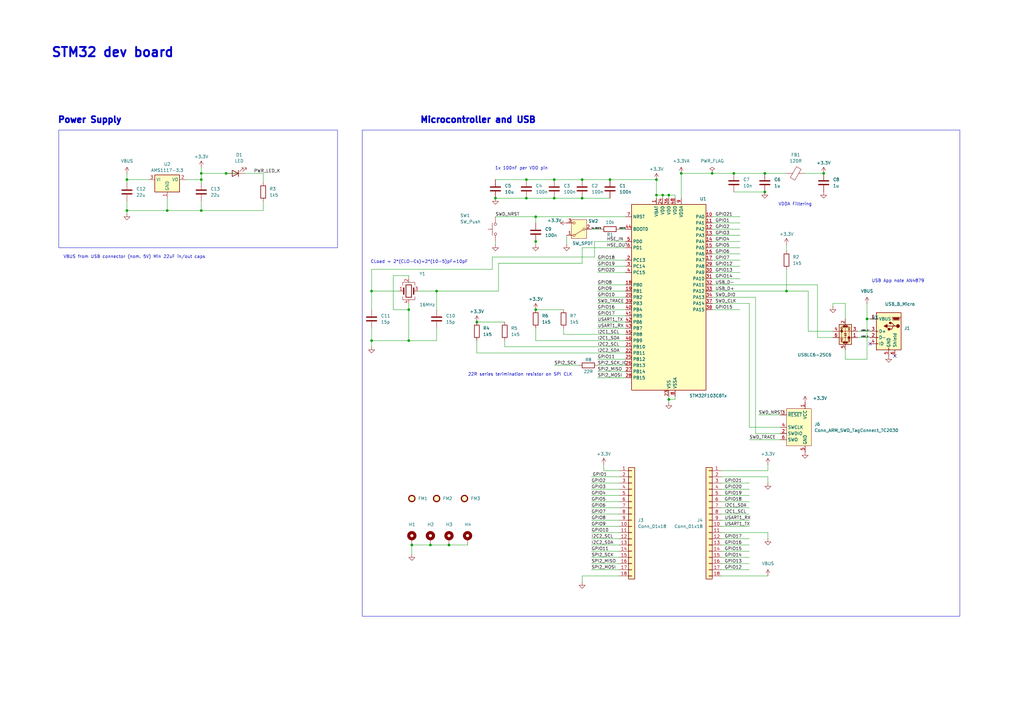
<source format=kicad_sch>
(kicad_sch (version 20231120) (generator "eeschema") (generator_version "8.0")
  (paper "A3")
  (title_block (title "STM32 dev board") (date "2024-12-08") (rev "0.1"))
  (junction (at 250.19 73.66))
  (junction (at 82.55 73.66))
  (junction (at 184.15 223.52))
  (junction (at 167.64 139.7))
  (junction (at 82.55 71.12))
  (junction (at 322.58 119.38))
  (junction (at 52.07 73.66))
  (junction (at 219.71 99.06))
  (junction (at 219.71 88.9))
  (junction (at 219.71 127))
  (junction (at 215.9 73.66))
  (junction (at 269.24 80.01))
  (junction (at 152.4 119.38))
  (junction (at 271.78 80.01))
  (junction (at 274.32 80.01))
  (junction (at 167.64 127))
  (junction (at 279.4 71.12))
  (junction (at 337.82 71.12))
  (junction (at 195.58 132.08))
  (junction (at 269.24 73.66))
  (junction (at 203.2 81.28))
  (junction (at 215.9 81.28))
  (junction (at 82.55 86.36))
  (junction (at 176.53 223.52))
  (junction (at 52.07 86.36))
  (junction (at 313.69 71.12))
  (junction (at 152.4 139.7))
  (junction (at 292.1 71.12))
  (junction (at 274.32 163.83))
  (junction (at 238.76 73.66))
  (junction (at 168.91 223.52))
  (junction (at 68.58 86.36))
  (junction (at 227.33 81.28))
  (junction (at 227.33 73.66))
  (junction (at 179.07 119.38))
  (junction (at 238.76 81.28))
  (junction (at 92.71 71.12))
  (junction (at 300.99 71.12))
  (junction (at 355.6 130.81))
  (junction (at 313.69 78.74))
  (no_connect (at 356.87 140.97))
  (no_connect (at 367.03 146.05))
  (wire (pts (xy 82.55 73.66) (xy 82.55 74.93)))
  (wire (pts (xy 68.58 86.36) (xy 82.55 86.36)))
  (wire (pts (xy 292.1 114.3) (xy 303.53 114.3)))
  (wire (pts (xy 245.11 132.08) (xy 256.54 132.08)))
  (wire (pts (xy 346.71 143.51) (xy 346.71 147.32)))
  (wire (pts (xy 204.47 107.95) (xy 204.47 119.38)))
  (wire (pts (xy 82.55 71.12) (xy 82.55 73.66)))
  (wire (pts (xy 309.88 121.92) (xy 309.88 177.8)))
  (wire (pts (xy 271.78 80.01) (xy 269.24 80.01)))
  (wire (pts (xy 274.32 163.83) (xy 274.32 165.1)))
  (wire (pts (xy 238.76 101.6) (xy 256.54 101.6)))
  (wire (pts (xy 292.1 99.06) (xy 303.53 99.06)))
  (wire (pts (xy 243.84 105.41) (xy 201.93 105.41)))
  (wire (pts (xy 295.91 231.14) (xy 307.34 231.14)))
  (wire (pts (xy 184.15 223.52) (xy 191.77 223.52)))
  (wire (pts (xy 274.32 80.01) (xy 274.32 81.28)))
  (wire (pts (xy 201.93 105.41) (xy 201.93 110.49)))
  (wire (pts (xy 245.11 147.32) (xy 256.54 147.32)))
  (wire (pts (xy 242.57 200.66) (xy 254 200.66)))
  (wire (pts (xy 311.15 170.18) (xy 320.04 170.18)))
  (wire (pts (xy 76.2 73.66) (xy 82.55 73.66)))
  (wire (pts (xy 231.14 137.16) (xy 256.54 137.16)))
  (wire (pts (xy 247.65 190.5) (xy 247.65 193.04)))
  (wire (pts (xy 245.11 121.92) (xy 256.54 121.92)))
  (wire (pts (xy 322.58 110.49) (xy 322.58 119.38)))
  (wire (pts (xy 307.34 180.34) (xy 320.04 180.34)))
  (wire (pts (xy 295.91 205.74) (xy 307.34 205.74)))
  (wire (pts (xy 152.4 119.38) (xy 163.83 119.38)))
  (wire (pts (xy 203.2 99.06) (xy 203.2 100.33)))
  (wire (pts (xy 355.6 130.81) (xy 356.87 130.81)))
  (wire (pts (xy 219.71 99.06) (xy 219.71 100.33)))
  (wire (pts (xy 245.11 116.84) (xy 256.54 116.84)))
  (wire (pts (xy 82.55 68.58) (xy 82.55 71.12)))
  (wire (pts (xy 276.86 80.01) (xy 276.86 81.28)))
  (wire (pts (xy 276.86 163.83) (xy 274.32 163.83)))
  (wire (pts (xy 238.76 236.22) (xy 238.76 238.76)))
  (wire (pts (xy 152.4 119.38) (xy 152.4 127)))
  (wire (pts (xy 167.64 114.3) (xy 167.64 113.03)))
  (wire (pts (xy 238.76 81.28) (xy 250.19 81.28)))
  (wire (pts (xy 245.11 134.62) (xy 256.54 134.62)))
  (wire (pts (xy 300.99 71.12) (xy 292.1 71.12)))
  (wire (pts (xy 176.53 223.52) (xy 184.15 223.52)))
  (wire (pts (xy 307.34 124.46) (xy 307.34 175.26)))
  (wire (pts (xy 219.71 127) (xy 231.14 127)))
  (wire (pts (xy 269.24 73.66) (xy 269.24 80.01)))
  (wire (pts (xy 242.57 208.28) (xy 254 208.28)))
  (wire (pts (xy 242.57 220.98) (xy 254 220.98)))
  (wire (pts (xy 168.91 223.52) (xy 176.53 223.52)))
  (wire (pts (xy 292.1 116.84) (xy 335.28 116.84)))
  (wire (pts (xy 276.86 80.01) (xy 274.32 80.01)))
  (wire (pts (xy 295.91 223.52) (xy 307.34 223.52)))
  (wire (pts (xy 107.95 82.55) (xy 107.95 86.36)))
  (wire (pts (xy 292.1 88.9) (xy 303.53 88.9)))
  (wire (pts (xy 167.64 113.03) (xy 161.29 113.03)))
  (wire (pts (xy 292.1 93.98) (xy 303.53 93.98)))
  (wire (pts (xy 245.11 154.94) (xy 256.54 154.94)))
  (wire (pts (xy 300.99 78.74) (xy 313.69 78.74)))
  (wire (pts (xy 161.29 127) (xy 167.64 127)))
  (wire (pts (xy 295.91 215.9) (xy 307.34 215.9)))
  (wire (pts (xy 152.4 134.62) (xy 152.4 139.7)))
  (wire (pts (xy 295.91 193.04) (xy 314.96 193.04)))
  (wire (pts (xy 313.69 71.12) (xy 300.99 71.12)))
  (wire (pts (xy 82.55 82.55) (xy 82.55 86.36)))
  (wire (pts (xy 242.57 205.74) (xy 254 205.74)))
  (wire (pts (xy 52.07 86.36) (xy 52.07 87.63)))
  (wire (pts (xy 292.1 96.52) (xy 303.53 96.52)))
  (wire (pts (xy 351.79 135.89) (xy 356.87 135.89)))
  (wire (pts (xy 167.64 127) (xy 167.64 124.46)))
  (wire (pts (xy 292.1 119.38) (xy 322.58 119.38)))
  (wire (pts (xy 203.2 88.9) (xy 219.71 88.9)))
  (wire (pts (xy 245.11 119.38) (xy 256.54 119.38)))
  (wire (pts (xy 100.33 71.12) (xy 107.95 71.12)))
  (wire (pts (xy 107.95 71.12) (xy 107.95 74.93)))
  (wire (pts (xy 335.28 116.84) (xy 335.28 138.43)))
  (wire (pts (xy 242.57 93.98) (xy 246.38 93.98)))
  (wire (pts (xy 207.01 139.7) (xy 207.01 142.24)))
  (wire (pts (xy 279.4 71.12) (xy 279.4 81.28)))
  (wire (pts (xy 201.93 110.49) (xy 152.4 110.49)))
  (wire (pts (xy 295.91 200.66) (xy 307.34 200.66)))
  (wire (pts (xy 238.76 101.6) (xy 238.76 107.95)))
  (wire (pts (xy 238.76 236.22) (xy 254 236.22)))
  (wire (pts (xy 307.34 175.26) (xy 320.04 175.26)))
  (wire (pts (xy 245.11 109.22) (xy 256.54 109.22)))
  (wire (pts (xy 269.24 80.01) (xy 269.24 81.28)))
  (wire (pts (xy 242.57 215.9) (xy 254 215.9)))
  (wire (pts (xy 250.19 73.66) (xy 269.24 73.66)))
  (wire (pts (xy 295.91 195.58) (xy 314.96 195.58)))
  (wire (pts (xy 167.64 139.7) (xy 179.07 139.7)))
  (wire (pts (xy 215.9 81.28) (xy 227.33 81.28)))
  (wire (pts (xy 295.91 213.36) (xy 307.34 213.36)))
  (wire (pts (xy 295.91 210.82) (xy 307.34 210.82)))
  (wire (pts (xy 292.1 111.76) (xy 303.53 111.76)))
  (wire (pts (xy 346.71 130.81) (xy 346.71 124.46)))
  (wire (pts (xy 243.84 99.06) (xy 243.84 105.41)))
  (wire (pts (xy 242.57 231.14) (xy 254 231.14)))
  (wire (pts (xy 203.2 81.28) (xy 215.9 81.28)))
  (wire (pts (xy 245.11 127) (xy 256.54 127)))
  (wire (pts (xy 242.57 233.68) (xy 254 233.68)))
  (wire (pts (xy 331.47 135.89) (xy 341.63 135.89)))
  (wire (pts (xy 295.91 203.2) (xy 307.34 203.2)))
  (wire (pts (xy 322.58 119.38) (xy 331.47 119.38)))
  (wire (pts (xy 232.41 96.52) (xy 232.41 100.33)))
  (wire (pts (xy 331.47 119.38) (xy 331.47 135.89)))
  (wire (pts (xy 292.1 71.12) (xy 279.4 71.12)))
  (wire (pts (xy 242.57 195.58) (xy 254 195.58)))
  (wire (pts (xy 295.91 226.06) (xy 307.34 226.06)))
  (wire (pts (xy 242.57 226.06) (xy 254 226.06)))
  (wire (pts (xy 152.4 110.49) (xy 152.4 119.38)))
  (wire (pts (xy 245.11 149.86) (xy 256.54 149.86)))
  (wire (pts (xy 227.33 149.86) (xy 237.49 149.86)))
  (wire (pts (xy 60.96 73.66) (xy 52.07 73.66)))
  (wire (pts (xy 52.07 82.55) (xy 52.07 86.36)))
  (wire (pts (xy 204.47 119.38) (xy 179.07 119.38)))
  (wire (pts (xy 207.01 142.24) (xy 256.54 142.24)))
  (wire (pts (xy 292.1 106.68) (xy 303.53 106.68)))
  (wire (pts (xy 295.91 208.28) (xy 307.34 208.28)))
  (wire (pts (xy 92.71 71.12) (xy 97.79 71.12)))
  (wire (pts (xy 195.58 139.7) (xy 195.58 144.78)))
  (wire (pts (xy 247.65 193.04) (xy 254 193.04)))
  (wire (pts (xy 227.33 81.28) (xy 238.76 81.28)))
  (wire (pts (xy 242.57 218.44) (xy 254 218.44)))
  (wire (pts (xy 313.69 71.12) (xy 322.58 71.12)))
  (wire (pts (xy 152.4 139.7) (xy 167.64 139.7)))
  (wire (pts (xy 52.07 71.12) (xy 52.07 73.66)))
  (wire (pts (xy 245.11 124.46) (xy 256.54 124.46)))
  (wire (pts (xy 330.2 71.12) (xy 337.82 71.12)))
  (wire (pts (xy 292.1 104.14) (xy 303.53 104.14)))
  (wire (pts (xy 168.91 223.52) (xy 168.91 227.33)))
  (wire (pts (xy 295.91 218.44) (xy 314.96 218.44)))
  (wire (pts (xy 295.91 198.12) (xy 307.34 198.12)))
  (wire (pts (xy 195.58 144.78) (xy 256.54 144.78)))
  (wire (pts (xy 238.76 107.95) (xy 204.47 107.95)))
  (wire (pts (xy 215.9 73.66) (xy 227.33 73.66)))
  (wire (pts (xy 274.32 80.01) (xy 271.78 80.01)))
  (wire (pts (xy 292.1 127) (xy 303.53 127)))
  (wire (pts (xy 314.96 195.58) (xy 314.96 198.12)))
  (wire (pts (xy 274.32 162.56) (xy 274.32 163.83)))
  (wire (pts (xy 309.88 177.8) (xy 320.04 177.8)))
  (wire (pts (xy 242.57 198.12) (xy 254 198.12)))
  (wire (pts (xy 254 93.98) (xy 256.54 93.98)))
  (wire (pts (xy 314.96 218.44) (xy 314.96 220.98)))
  (wire (pts (xy 295.91 220.98) (xy 307.34 220.98)))
  (wire (pts (xy 179.07 119.38) (xy 179.07 127)))
  (wire (pts (xy 271.78 80.01) (xy 271.78 81.28)))
  (wire (pts (xy 238.76 73.66) (xy 250.19 73.66)))
  (wire (pts (xy 52.07 86.36) (xy 68.58 86.36)))
  (wire (pts (xy 292.1 101.6) (xy 303.53 101.6)))
  (wire (pts (xy 292.1 124.46) (xy 307.34 124.46)))
  (wire (pts (xy 161.29 113.03) (xy 161.29 127)))
  (wire (pts (xy 68.58 81.28) (xy 68.58 86.36)))
  (wire (pts (xy 203.2 73.66) (xy 215.9 73.66)))
  (wire (pts (xy 351.79 138.43) (xy 356.87 138.43)))
  (wire (pts (xy 245.11 152.4) (xy 256.54 152.4)))
  (wire (pts (xy 245.11 129.54) (xy 256.54 129.54)))
  (wire (pts (xy 231.14 134.62) (xy 231.14 137.16)))
  (wire (pts (xy 82.55 71.12) (xy 92.71 71.12)))
  (wire (pts (xy 335.28 138.43) (xy 341.63 138.43)))
  (wire (pts (xy 219.71 139.7) (xy 256.54 139.7)))
  (wire (pts (xy 52.07 73.66) (xy 52.07 74.93)))
  (wire (pts (xy 295.91 228.6) (xy 307.34 228.6)))
  (wire (pts (xy 242.57 210.82) (xy 254 210.82)))
  (wire (pts (xy 219.71 88.9) (xy 256.54 88.9)))
  (wire (pts (xy 242.57 213.36) (xy 254 213.36)))
  (wire (pts (xy 355.6 147.32) (xy 355.6 130.81)))
  (wire (pts (xy 341.63 124.46) (xy 341.63 125.73)))
  (wire (pts (xy 355.6 124.46) (xy 355.6 130.81)))
  (wire (pts (xy 346.71 124.46) (xy 341.63 124.46)))
  (wire (pts (xy 167.64 127) (xy 167.64 139.7)))
  (wire (pts (xy 314.96 190.5) (xy 314.96 193.04)))
  (wire (pts (xy 242.57 223.52) (xy 254 223.52)))
  (wire (pts (xy 227.33 73.66) (xy 238.76 73.66)))
  (wire (pts (xy 82.55 86.36) (xy 107.95 86.36)))
  (wire (pts (xy 295.91 233.68) (xy 307.34 233.68)))
  (wire (pts (xy 346.71 147.32) (xy 355.6 147.32)))
  (wire (pts (xy 195.58 132.08) (xy 207.01 132.08)))
  (wire (pts (xy 242.57 228.6) (xy 254 228.6)))
  (wire (pts (xy 179.07 134.62) (xy 179.07 139.7)))
  (wire (pts (xy 242.57 203.2) (xy 254 203.2)))
  (wire (pts (xy 322.58 100.33) (xy 322.58 102.87)))
  (wire (pts (xy 245.11 106.68) (xy 256.54 106.68)))
  (wire (pts (xy 219.71 134.62) (xy 219.71 139.7)))
  (wire (pts (xy 292.1 109.22) (xy 303.53 109.22)))
  (wire (pts (xy 219.71 96.52) (xy 219.71 99.06)))
  (wire (pts (xy 152.4 139.7) (xy 152.4 142.24)))
  (wire (pts (xy 276.86 162.56) (xy 276.86 163.83)))
  (wire (pts (xy 245.11 111.76) (xy 256.54 111.76)))
  (wire (pts (xy 292.1 91.44) (xy 303.53 91.44)))
  (wire (pts (xy 171.45 119.38) (xy 179.07 119.38)))
  (wire (pts (xy 219.71 88.9) (xy 219.71 91.44)))
  (wire (pts (xy 292.1 121.92) (xy 309.88 121.92)))
  (wire (pts (xy 243.84 99.06) (xy 256.54 99.06)))
  (wire (pts (xy 295.91 236.22) (xy 314.96 236.22)))
  (rectangle (start 148.59 53.34) (end 393.7 252.73))
  (rectangle (start 24.13 53.34) (end 138.43 101.6))
  (text "Power Supply" (at 36.83 49.276 0) (effects (font (size 2.54 2.54) (thickness 0.762) (bold yes))))
  (text "VDDA Filtering\n" (at 326.136 83.82 0) (effects (font (size 1.27 1.27))))
  (text "1x 100nF per VDD pin\n" (at 213.868 69.088 0) (effects (font (size 1.27 1.27))))
  (text "VBUS from USB connector (nom. 5V) Min 22uF in/out caps" (at 55.118 105.41 0) (effects (font (size 1.27 1.27))))
  (text "STM32 dev board\n" (at 46.228 21.59 0) (effects (font (size 3.81 3.81) (thickness 0.762) (bold yes))))
  (text "USB App note AN4879\n" (at 368.3 115.316 0) (effects (font (size 1.27 1.27))))
  (text "22R series terimination resistor on SPI CLK\n" (at 213.36 153.67 0) (effects (font (size 1.27 1.27))))
  (text "Microcontroller and USB\n" (at 196.088 49.276 0) (effects (font (size 2.54 2.54) (thickness 0.762) (bold yes))))
  (text "CLoad = 2*(CLO-Cs)=2*(10-5)pF=10pF\n" (at 171.958 107.442 0) (effects (font (size 1.27 1.27))))
  (label "GPIO21" (at 293.37 88.9 0))
  (label "HSE_OUT" (at 248.92 101.6 0))
  (label "GPIO2" (at 293.37 93.98 0))
  (label "GPIO4" (at 293.37 99.06 0))
  (label "I2C2_SCL" (at 242.57 220.98 0))
  (label "GPIO16" (at 297.18 223.52 0))
  (label "GPIO17" (at 297.18 220.98 0))
  (label "GPIO10" (at 245.11 121.92 0))
  (label "GPIO8" (at 242.57 213.36 0))
  (label "SPI2_MOSI" (at 245.11 154.94 0))
  (label "USBC_D+" (at 353.06 135.89 0) (effects (font (size 0.508 0.508))))
  (label "USART1_RX" (at 245.11 134.62 0))
  (label "SPI2_SCK_IC" (at 245.11 149.86 0))
  (label "GPIO5" (at 293.37 101.6 0))
  (label "GPIO13" (at 293.37 111.76 0))
  (label "I2C1_SDA" (at 245.11 139.7 0))
  (label "GPIO19" (at 245.11 109.22 0))
  (label "GPIO3" (at 242.57 200.66 0))
  (label "I2C1_SCL" (at 245.11 137.16 0))
  (label "USART1_TX" (at 245.11 132.08 0))
  (label "SWD_DIO" (at 293.37 121.92 0))
  (label "I2C2_SCL" (at 245.11 142.24 0))
  (label "GPIO17" (at 245.11 129.54 0))
  (label "USART1_RX" (at 297.18 213.36 0))
  (label "I2C1_SCL" (at 297.18 210.82 0))
  (label "SWD_NRST" (at 203.2 88.9 0))
  (label "GPIO2" (at 242.57 198.12 0))
  (label "GPIO18" (at 297.18 205.74 0))
  (label "USBC_D-" (at 353.06 138.43 0) (effects (font (size 0.508 0.508))))
  (label "SWD_NRST" (at 311.15 170.18 0))
  (label "GPIO1" (at 248.92 195.58 180))
  (label "SWD_TRACE" (at 307.34 180.34 0))
  (label "GPIO11" (at 245.11 147.32 0))
  (label "BOOT0" (at 254 93.98 0) (effects (font (size 0.508 0.508))))
  (label "SPI2_MISO" (at 245.11 152.4 0))
  (label "HSE_IN" (at 248.92 99.06 0))
  (label "GPIO7" (at 293.37 106.68 0))
  (label "GPIO15" (at 297.18 226.06 0))
  (label "GPIO14" (at 293.37 114.3 0))
  (label "USART1_TX" (at 297.18 215.9 0))
  (label "GPIO12" (at 297.18 233.68 0))
  (label "USB_D-" (at 293.37 116.84 0))
  (label "SW_BOOT0" (at 242.57 93.98 0) (effects (font (size 0.508 0.508))))
  (label "GPIO9" (at 242.57 215.9 0))
  (label "SPI2_MOSI" (at 242.57 233.68 0))
  (label "GPIO8" (at 245.11 116.84 0))
  (label "GPIO4" (at 242.57 203.2 0))
  (label "GPIO20" (at 245.11 111.76 0))
  (label "GPIO12" (at 293.37 109.22 0))
  (label "SPI2_SCK" (at 242.57 228.6 0))
  (label "GPIO3" (at 293.37 96.52 0))
  (label "GPIO15" (at 293.37 127 0))
  (label "GPIO6" (at 242.57 208.28 0))
  (label "GPIO6" (at 293.37 104.14 0))
  (label "I2C2_SDA" (at 242.57 223.52 0))
  (label "GPIO10" (at 242.57 218.44 0))
  (label "GPIO11" (at 242.57 226.06 0))
  (label "GPIO7" (at 242.57 210.82 0))
  (label "GPIO16" (at 245.11 127 0))
  (label "GPIO13" (at 297.18 231.14 0))
  (label "GPIO21" (at 297.18 198.12 0))
  (label "GPIO20" (at 297.18 200.66 0))
  (label "GPIO9" (at 245.11 119.38 0))
  (label "SWD_TRACE" (at 245.11 124.46 0))
  (label "GPIO19" (at 297.18 203.2 0))
  (label "GPIO5" (at 242.57 205.74 0))
  (label "SPI2_MISO" (at 242.57 231.14 0))
  (label "GPIO18" (at 245.11 106.68 0))
  (label "PWR_LED_K" (at 104.14 71.12 0))
  (label "I2C1_SDA" (at 297.18 208.28 0))
  (label "GPIO1" (at 293.37 91.44 0))
  (label "I2C2_SDA" (at 245.11 144.78 0))
  (label "SPI2_SCK" (at 227.33 149.86 0))
  (label "SWD_CLK" (at 293.37 124.46 0))
  (label "GPIO14" (at 297.18 228.6 0))
  (label "USB_D+" (at 293.37 119.38 0))
  (symbol (lib_id "power:GND") (at 52.07 87.63 0) (unit 1)
    (property "Reference" "#PWR018" (effects (hide yes)))
    (property "Value" "GND" (effects (hide yes)))
    (property "Description" "Power symbol creates a global label with name \"GND\" , ground" (effects (hide yes)))
  )
  (symbol (lib_id "power:GND") (at 168.91 227.33 0) (unit 1)
    (property "Reference" "#PWR016" (effects (hide yes)))
    (property "Value" "GND" (effects (hide yes)))
    (property "Description" "Power symbol creates a global label with name \"GND\" , ground" (effects (hide yes)))
  )
  (symbol (lib_id "power:GND") (at 232.41 100.33 0) (unit 1)
    (property "Reference" "#PWR010" (effects (hide yes)))
    (property "Value" "GND" (effects (hide yes)))
    (property "Description" "Power symbol creates a global label with name \"GND\" , ground" (effects (hide yes)))
  )
  (symbol (lib_id "Connector_Generic:Conn_01x18") (at 290.83 213.36 0) (mirror y) (unit 1)
    (property "Reference" "J4" (at 288.29 213.3599 0) (effects (justify left)))
    (property "Value" "Conn_01x18" (at 288.29 215.8999 0) (effects (justify left)))
    (property "Footprint" "Connector_PinHeader_2.54mm:PinHeader_1x18_P2.54mm_Vertical" (effects (hide yes)))
    (property "Description" "Generic connector, single row, 01x18, script generated (kicad-library-utils/schlib/autogen/connector/)" (effects (hide yes)))
    (property "Manufacturer" "x" (effects (hide yes)))
  )
  (symbol (lib_id "Device:C") (at 227.33 77.47 0) (unit 1)
    (property "Reference" "C3" (at 231.14 76.1999 0) (effects (justify left)))
    (property "Value" "100n" (at 231.14 78.7399 0) (effects (justify left)))
    (property "Footprint" "Capacitor_SMD:C_0402_1005Metric" (effects (hide yes)))
    (property "Description" "Unpolarized capacitor" (effects (hide yes)))
    (property "Distributor Link" "https://www.mouser.de/ProductDetail/KYOCERA-AVX/04023C104KAT2A?qs=nNezP%252BoerbAsgsxxIAjFOw%3D%3D" (effects (hide yes)))
    (property "Distributor Part Number" "581-04023C104KAT2A" (effects (hide yes)))
    (property "Manufacturer" "KYOCERA AVX" (effects (hide yes)))
    (property "Manufacturer Part Number" "04023C104KAT2A" (effects (hide yes)))
  )
  (symbol (lib_id "power:+3.3V") (at 314.96 190.5 0) (unit 1)
    (property "Reference" "#PWR026" (effects (hide yes)))
    (property "Value" "+3.3V" (at 314.96 186.182 0))
    (property "Description" "Power symbol creates a global label with name \"+3.3V\"" (effects (hide yes)))
  )
  (symbol (lib_id "Device:R") (at 219.71 130.81 0) (unit 1)
    (property "Reference" "R6" (at 222.25 129.5399 0) (effects (justify left)))
    (property "Value" "1k5" (at 222.25 132.0799 0) (effects (justify left)))
    (property "Footprint" "Resistor_SMD:R_0402_1005Metric" (effects (hide yes)))
    (property "Description" "Resistor" (effects (hide yes)))
    (property "Distributor Link" "https://www.mouser.de/ProductDetail/Wurth-Elektronik/560112110095?qs=mELouGlnn3cs5mmpxmgsuw%3D%3D" (effects (hide yes)))
    (property "Distributor Part Number" "710-560112110095 " (effects (hide yes)))
    (property "Manufacturer" "Würth Elektronik" (effects (hide yes)))
    (property "Manufacturer Part Number" "560112110095" (effects (hide yes)))
  )
  (symbol (lib_id "power:GND") (at 330.2 185.42 0) (unit 1)
    (property "Reference" "#PWR034" (effects (hide yes)))
    (property "Value" "GND" (effects (hide yes)))
    (property "Description" "Power symbol creates a global label with name \"GND\" , ground" (effects (hide yes)))
  )
  (symbol (lib_id "power:+3.3V") (at 337.82 71.12 0) (unit 1)
    (property "Reference" "#PWR07" (effects (hide yes)))
    (property "Value" "+3.3V" (at 337.82 66.802 0))
    (property "Description" "Power symbol creates a global label with name \"+3.3V\"" (effects (hide yes)))
  )
  (symbol (lib_id "Switch:SW_SPDT") (at 237.49 93.98 180) (unit 1)
    (property "Reference" "SW2" (at 243.332 90.678 0))
    (property "Value" "SW_SPDT" (at 239.014 99.822 0))
    (property "Footprint" "Button_Switch_SMD:SW_SPDT_PCM12" (effects (hide yes)))
    (property "Description" "Switch, single pole double throw" (effects (hide yes)))
    (property "Distributor Link" "https://www.digikey.com/en/products/detail/c-k/PCM12SMTR/1640112" (effects (hide yes)))
    (property "Distributor Part Number" "401-2016-2-ND" (effects (hide yes)))
    (property "Manufacturer" "C&K" (effects (hide yes)))
    (property "Manufacturer Part Number" "PCM12SMTR" (effects (hide yes)))
  )
  (symbol (lib_id "Device:C") (at 219.71 95.25 0) (unit 1)
    (property "Reference" "C9" (at 223.52 93.9799 0) (effects (justify left)))
    (property "Value" "100n" (at 223.52 96.5199 0) (effects (justify left)))
    (property "Footprint" "Capacitor_SMD:C_0402_1005Metric" (effects (hide yes)))
    (property "Description" "Unpolarized capacitor" (effects (hide yes)))
    (property "Distributor Link" "https://www.mouser.de/ProductDetail/KYOCERA-AVX/04023C104KAT2A?qs=nNezP%252BoerbAsgsxxIAjFOw%3D%3D" (effects (hide yes)))
    (property "Distributor Part Number" "581-04023C104KAT2A" (effects (hide yes)))
    (property "Manufacturer" "KYOCERA AVX" (effects (hide yes)))
    (property "Manufacturer Part Number" "04023C104KAT2A" (effects (hide yes)))
  )
  (symbol (lib_id "Device:C") (at 238.76 77.47 0) (unit 1)
    (property "Reference" "C2" (at 242.57 76.1999 0) (effects (justify left)))
    (property "Value" "100n" (at 242.57 78.7399 0) (effects (justify left)))
    (property "Footprint" "Capacitor_SMD:C_0402_1005Metric" (effects (hide yes)))
    (property "Description" "Unpolarized capacitor" (effects (hide yes)))
    (property "Distributor Link" "https://www.mouser.de/ProductDetail/KYOCERA-AVX/04023C104KAT2A?qs=nNezP%252BoerbAsgsxxIAjFOw%3D%3D" (effects (hide yes)))
    (property "Distributor Part Number" "581-04023C104KAT2A" (effects (hide yes)))
    (property "Manufacturer" "KYOCERA AVX" (effects (hide yes)))
    (property "Manufacturer Part Number" "04023C104KAT2A" (effects (hide yes)))
  )
  (symbol (lib_id "power:GND") (at 364.49 146.05 0) (unit 1)
    (property "Reference" "#PWR013" (effects (hide yes)))
    (property "Value" "GND" (effects (hide yes)))
    (property "Description" "Power symbol creates a global label with name \"GND\" , ground" (effects (hide yes)))
  )
  (symbol (lib_id "Connector:Conn_ARM_SWD_TagConnect_TC2030") (at 327.66 175.26 0) (mirror y) (unit 1) (in_bom no)
    (property "Reference" "J6" (at 334.01 173.9899 0) (effects (justify right)))
    (property "Value" "Conn_ARM_SWD_TagConnect_TC2030" (at 334.01 176.5299 0) (effects (justify right)))
    (property "Footprint" "Connector:Tag-Connect_TC2030-IDC-FP_2x03_P1.27mm_Vertical" (effects (hide yes)))
    (property "Datasheet" "https://www.tag-connect.com/wp-content/uploads/bsk-pdf-manager/TC2030-CTX_1.pdf" (effects (hide yes)))
    (property "Description" "Tag-Connect ARM Cortex SWD JTAG connector, 6 pin" (effects (hide yes)))
    (property "Manufacturer" "x" (effects (hide yes)))
  )
  (symbol (lib_id "Device:R") (at 107.95 78.74 0) (unit 1)
    (property "Reference" "R3" (at 110.49 77.4699 0) (effects (justify left)))
    (property "Value" "1k5" (at 110.49 80.0099 0) (effects (justify left)))
    (property "Footprint" "Resistor_SMD:R_0402_1005Metric" (effects (hide yes)))
    (property "Description" "Resistor" (effects (hide yes)))
    (property "Distributor Link" "https://www.mouser.de/ProductDetail/Wurth-Elektronik/560112110095?qs=mELouGlnn3cs5mmpxmgsuw%3D%3D" (effects (hide yes)))
    (property "Distributor Part Number" "710-560112110095 " (effects (hide yes)))
    (property "Manufacturer" "Würth Elektronik" (effects (hide yes)))
    (property "Manufacturer Part Number" "560112110095" (effects (hide yes)))
  )
  (symbol (lib_id "power:+3.3V") (at 330.2 165.1 0) (unit 1)
    (property "Reference" "#PWR033" (effects (hide yes)))
    (property "Value" "+3.3V" (at 336.296 163.322 0))
    (property "Description" "Power symbol creates a global label with name \"+3.3V\"" (effects (hide yes)))
  )
  (symbol (lib_id "power:+3.3V") (at 195.58 132.08 0) (unit 1)
    (property "Reference" "#PWR025" (effects (hide yes)))
    (property "Value" "+3.3V" (at 195.58 127.762 0))
    (property "Description" "Power symbol creates a global label with name \"+3.3V\"" (effects (hide yes)))
  )
  (symbol (lib_id "power:GND") (at 274.32 165.1 0) (unit 1)
    (property "Reference" "#PWR01" (effects (hide yes)))
    (property "Value" "GND" (effects (hide yes)))
    (property "Description" "Power symbol creates a global label with name \"GND\" , ground" (effects (hide yes)))
  )
  (symbol (lib_id "power:GND") (at 152.4 142.24 0) (unit 1)
    (property "Reference" "#PWR012" (effects (hide yes)))
    (property "Value" "GND" (effects (hide yes)))
    (property "Description" "Power symbol creates a global label with name \"GND\" , ground" (effects (hide yes)))
  )
  (symbol (lib_id "Device:C") (at 52.07 78.74 0) (unit 1)
    (property "Reference" "C12" (at 55.88 77.4699 0) (effects (justify left)))
    (property "Value" "22u" (at 55.88 80.0099 0) (effects (justify left)))
    (property "Footprint" "Capacitor_SMD:C_0805_2012Metric" (effects (hide yes)))
    (property "Description" "Unpolarized capacitor" (effects (hide yes)))
    (property "Distributor Link" "https://www.mouser.de/ProductDetail/KYOCERA-AVX/08053D226MAT2A?qs=bxXxiBiblXqtZp79ClJbtg%3D%3D" (effects (hide yes)))
    (property "Distributor Part Number" "581-08053D226MAT2A " (effects (hide yes)))
    (property "Manufacturer" "KYOCERA AVX" (effects (hide yes)))
    (property "Manufacturer Part Number" "08053D226MAT2A" (effects (hide yes)))
  )
  (symbol (lib_id "Device:LED") (at 96.52 71.12 180) (unit 1)
    (property "Reference" "D1" (at 98.1075 63.5 0))
    (property "Value" "LED" (at 98.1075 66.04 0))
    (property "Footprint" "LED_SMD:LED_0603_1608Metric" (effects (hide yes)))
    (property "Description" "Light emitting diode" (effects (hide yes)))
    (property "Distributor Link" "https://www.digikey.de/en/products/detail/w%C3%BCrth-elektronik/150060SS75000/4489903" (effects (hide yes)))
    (property "Distributor Part Number" "732-4979-2-ND" (effects (hide yes)))
    (property "Manufacturer" "Würth Elektronik" (effects (hide yes)))
    (property "Manufacturer Part Number" "150060SS75000" (effects (hide yes)))
  )
  (symbol (lib_id "power:GND") (at 341.63 125.73 0) (unit 1)
    (property "Reference" "#PWR032" (effects (hide yes)))
    (property "Value" "GND" (effects (hide yes)))
    (property "Description" "Power symbol creates a global label with name \"GND\" , ground" (effects (hide yes)))
  )
  (symbol (lib_id "power:+3.3V") (at 82.55 68.58 0) (unit 1)
    (property "Reference" "#PWR020" (effects (hide yes)))
    (property "Value" "+3.3V" (at 82.55 64.262 0))
    (property "Description" "Power symbol creates a global label with name \"+3.3V\"" (effects (hide yes)))
  )
  (symbol (lib_id "power:VBUS") (at 52.07 71.12 0) (unit 1)
    (property "Reference" "#PWR019" (effects (hide yes)))
    (property "Value" "VBUS" (at 52.07 66.04 0))
    (property "Description" "Power symbol creates a global label with name \"VBUS\"" (effects (hide yes)))
  )
  (symbol (lib_id "power:VBUS") (at 355.6 124.46 0) (unit 1)
    (property "Reference" "#PWR014" (effects (hide yes)))
    (property "Value" "VBUS" (at 355.6 119.38 0))
    (property "Description" "Power symbol creates a global label with name \"VBUS\"" (effects (hide yes)))
  )
  (symbol (lib_id "power:PWR_FLAG") (at 292.1 71.12 0) (unit 1)
    (property "Reference" "#FLG01" (effects (hide yes)))
    (property "Value" "PWR_FLAG" (at 292.1 66.04 0))
    (property "Description" "Special symbol for telling ERC where power comes from" (effects (hide yes)))
  )
  (symbol (lib_id "Connector:USB_B_Micro") (at 364.49 135.89 0) (mirror y) (unit 1)
    (property "Reference" "J1" (at 370.84 134.6199 0) (effects (justify right)))
    (property "Value" "USB_B_Micro" (at 362.966 124.714 0) (effects (justify right)))
    (property "Footprint" "Connector_USB:USB_Micro-B_Wuerth_629105150521" (effects (hide yes)))
    (property "Description" "USB Micro Type B connector" (effects (hide yes)))
    (property "Distributor Link" "https://www.digikey.de/en/products/detail/w%C3%BCrth-elektronik/629105150521/5047751?s=N4IgTCBcDaIOoFcCmAnALgCwAQDYwE4BGABgFZDSyxCQBdAXyA" (effects (hide yes)))
    (property "Distributor Part Number" "732-5960-2-ND" (effects (hide yes)))
    (property "Manufacturer" "Würth Elektronik" (effects (hide yes)))
    (property "Manufacturer Part Number" "629105150521" (effects (hide yes)))
  )
  (symbol (lib_id "Device:C") (at 300.99 74.93 0) (unit 1)
    (property "Reference" "C7" (at 304.8 73.6599 0) (effects (justify left)))
    (property "Value" "10n" (at 304.8 76.1999 0) (effects (justify left)))
    (property "Footprint" "Capacitor_SMD:C_0402_1005Metric" (effects (hide yes)))
    (property "Description" "Unpolarized capacitor" (effects (hide yes)))
    (property "Distributor Link" "https://www.mouser.de/ProductDetail/KYOCERA-AVX/0603YD475MAT2A?qs=XLNwXgtzMM9JmbhKJE1Phg%3D%3D" (effects (hide yes)))
    (property "Distributor Part Number" "581-0603YD475MAT2A" (effects (hide yes)))
    (property "Manufacturer" "KYOCERA AVX" (effects (hide yes)))
    (property "Manufacturer Part Number" "0603YD475MAT2A" (effects (hide yes)))
  )
  (symbol (lib_id "power:GND") (at 314.96 198.12 0) (unit 1)
    (property "Reference" "#PWR022" (effects (hide yes)))
    (property "Value" "GND" (effects (hide yes)))
    (property "Description" "Power symbol creates a global label with name \"GND\" , ground" (effects (hide yes)))
  )
  (symbol (lib_id "Mechanical:MountingHole_Pad") (at 168.91 220.98 0) (unit 1) (exclude_from_sim yes) (in_bom no)
    (property "Reference" "H1" (at 167.64 215.138 0) (effects (justify left)))
    (property "Value" "MountingHole_Pad" (effects (hide yes)))
    (property "Footprint" "MountingHole:MountingHole_2.2mm_M2_Pad_Via" (effects (hide yes)))
    (property "Description" "Mounting Hole with connection" (effects (hide yes)))
    (property "Manufacturer" "x" (effects (hide yes)))
  )
  (symbol (lib_id "Device:C") (at 215.9 77.47 0) (unit 1)
    (property "Reference" "C4" (at 219.71 76.1999 0) (effects (justify left)))
    (property "Value" "100n" (at 219.71 78.7399 0) (effects (justify left)))
    (property "Footprint" "Capacitor_SMD:C_0402_1005Metric" (effects (hide yes)))
    (property "Description" "Unpolarized capacitor" (effects (hide yes)))
    (property "Distributor Link" "https://www.mouser.de/ProductDetail/KYOCERA-AVX/04023C104KAT2A?qs=nNezP%252BoerbAsgsxxIAjFOw%3D%3D" (effects (hide yes)))
    (property "Distributor Part Number" "581-04023C104KAT2A" (effects (hide yes)))
    (property "Manufacturer" "KYOCERA AVX" (effects (hide yes)))
    (property "Manufacturer Part Number" "04023C104KAT2A" (effects (hide yes)))
  )
  (symbol (lib_id "MCU_ST_STM32F1:STM32F103C8Tx") (at 274.32 121.92 0) (unit 1)
    (property "Reference" "U1" (at 287.02 81.534 0) (effects (justify left)))
    (property "Value" "STM32F103C8Tx" (at 282.702 162.306 0) (effects (justify left)))
    (property "Footprint" "Package_QFP:LQFP-48_7x7mm_P0.5mm" (effects (hide yes)))
    (property "Datasheet" "https://www.st.com/resource/en/datasheet/stm32f103c8.pdf" (effects (hide yes)))
    (property "Description" "STMicroelectronics Arm Cortex-M3 MCU, 64KB flash, 20KB RAM, 72 MHz, 2.0-3.6V, 37 GPIO, LQFP48" (effects (hide yes)))
    (property "Distributor Link" "https://www.digikey.com/en/products/detail/stmicroelectronics/STM32F103C8T6TR/2122442" (effects (hide yes)))
    (property "Distributor Part Number" "497-17666-2-ND" (effects (hide yes)))
    (property "Manufacturer" "STMicroelectronics" (effects (hide yes)))
    (property "Manufacturer Part Number" "STM32F103C8T6TR" (effects (hide yes)))
  )
  (symbol (lib_id "power:+3.3VA") (at 279.4 71.12 0) (unit 1)
    (property "Reference" "#PWR04" (effects (hide yes)))
    (property "Value" "+3.3VA" (at 279.4 66.04 0))
    (property "Description" "Power symbol creates a global label with name \"+3.3VA\"" (effects (hide yes)))
  )
  (symbol (lib_id "power:+3.3V") (at 322.58 100.33 0) (unit 1)
    (property "Reference" "#PWR015" (effects (hide yes)))
    (property "Value" "+3.3V" (at 322.58 96.012 0))
    (property "Description" "Power symbol creates a global label with name \"+3.3V\"" (effects (hide yes)))
  )
  (symbol (lib_id "Device:R") (at 322.58 106.68 0) (unit 1)
    (property "Reference" "R2" (at 325.12 105.4099 0) (effects (justify left)))
    (property "Value" "1k5" (at 325.12 107.9499 0) (effects (justify left)))
    (property "Footprint" "Resistor_SMD:R_0402_1005Metric" (effects (hide yes)))
    (property "Description" "Resistor" (effects (hide yes)))
    (property "Distributor Link" "https://www.mouser.de/ProductDetail/Wurth-Elektronik/560112110095?qs=mELouGlnn3cs5mmpxmgsuw%3D%3D" (effects (hide yes)))
    (property "Distributor Part Number" "710-560112110095 " (effects (hide yes)))
    (property "Manufacturer" "Würth Elektronik" (effects (hide yes)))
    (property "Manufacturer Part Number" "560112110095" (effects (hide yes)))
  )
  (symbol (lib_id "power:GND") (at 337.82 78.74 0) (unit 1)
    (property "Reference" "#PWR06" (effects (hide yes)))
    (property "Value" "GND" (effects (hide yes)))
    (property "Description" "Power symbol creates a global label with name \"GND\" , ground" (effects (hide yes)))
  )
  (symbol (lib_id "power:+3.3V") (at 232.41 91.44 90) (unit 1)
    (property "Reference" "#PWR011" (effects (hide yes)))
    (property "Value" "+3.3V" (at 227.33 90.424 90))
    (property "Description" "Power symbol creates a global label with name \"+3.3V\"" (effects (hide yes)))
  )
  (symbol (lib_id "Device:FerriteBead") (at 326.39 71.12 90) (unit 1)
    (property "Reference" "FB1" (at 326.3392 63.5 90))
    (property "Value" "120R" (at 326.3392 66.04 90))
    (property "Footprint" "Inductor_SMD:L_0603_1608Metric" (effects (hide yes)))
    (property "Description" "Ferrite bead" (effects (hide yes)))
    (property "Distributor Link" "https://www.mouser.de/ProductDetail/Wurth-Elektronik/742792606?qs=Wn16VcyqZWrBgQf2cBsziw%3D%3D" (effects (hide yes)))
    (property "Distributor Part Number" "710-742792606" (effects (hide yes)))
    (property "Manufacturer" "Würth Elektronik" (effects (hide yes)))
    (property "Manufacturer Part Number" "742792606" (effects (hide yes)))
  )
  (symbol (lib_id "Device:R") (at 231.14 130.81 0) (unit 1)
    (property "Reference" "R7" (at 233.68 129.5399 0) (effects (justify left)))
    (property "Value" "1k5" (at 233.68 132.0799 0) (effects (justify left)))
    (property "Footprint" "Resistor_SMD:R_0402_1005Metric" (effects (hide yes)))
    (property "Description" "Resistor" (effects (hide yes)))
    (property "Distributor Link" "https://www.mouser.de/ProductDetail/Wurth-Elektronik/560112110095?qs=mELouGlnn3cs5mmpxmgsuw%3D%3D" (effects (hide yes)))
    (property "Distributor Part Number" "710-560112110095 " (effects (hide yes)))
    (property "Manufacturer" "Würth Elektronik" (effects (hide yes)))
    (property "Manufacturer Part Number" "560112110095" (effects (hide yes)))
  )
  (symbol (lib_id "Mechanical:MountingHole_Pad") (at 176.53 220.98 0) (unit 1) (exclude_from_sim yes) (in_bom no)
    (property "Reference" "H2" (at 175.26 215.138 0) (effects (justify left)))
    (property "Value" "MountingHole_Pad" (effects (hide yes)))
    (property "Footprint" "MountingHole:MountingHole_2.2mm_M2_Pad_Via" (effects (hide yes)))
    (property "Description" "Mounting Hole with connection" (effects (hide yes)))
    (property "Manufacturer" "x" (effects (hide yes)))
  )
  (symbol (lib_id "power:GND") (at 219.71 100.33 0) (unit 1)
    (property "Reference" "#PWR08" (effects (hide yes)))
    (property "Value" "GND" (effects (hide yes)))
    (property "Description" "Power symbol creates a global label with name \"GND\" , ground" (effects (hide yes)))
  )
  (symbol (lib_id "Mechanical:Fiducial") (at 179.07 204.47 0) (unit 1) (exclude_from_sim yes) (in_bom no)
    (property "Reference" "FM2" (at 181.61 204.4699 0) (effects (justify left)))
    (property "Value" "Fiducial" (effects (hide yes)))
    (property "Footprint" "Fiducial:Fiducial_1mm_Mask2mm" (effects (hide yes)))
    (property "Description" "Fiducial Marker" (effects (hide yes)))
    (property "Manufacturer" "x" (effects (hide yes)))
  )
  (symbol (lib_id "Device:C") (at 152.4 130.81 0) (unit 1)
    (property "Reference" "C11" (at 156.21 129.5399 0) (effects (justify left)))
    (property "Value" "15p" (at 156.21 132.0799 0) (effects (justify left)))
    (property "Footprint" "Capacitor_SMD:C_0402_1005Metric" (effects (hide yes)))
    (property "Description" "Unpolarized capacitor" (effects (hide yes)))
    (property "Distributor Link" "https://www.mouser.de/ProductDetail/KYOCERA-AVX/04025U150JAT2A?qs=sGAEpiMZZMvsSlwiRhF8qjZULi%252BoiGPIitpnSJsoBVk%3D" (effects (hide yes)))
    (property "Distributor Part Number" "581-04025U150JAT2A " (effects (hide yes)))
    (property "Manufacturer" "KYOCERA AVX" (effects (hide yes)))
    (property "Manufacturer Part Number" "04025U150JAT2A" (effects (hide yes)))
  )
  (symbol (lib_id "Device:Crystal_GND24") (at 167.64 119.38 0) (unit 1)
    (property "Reference" "Y1" (at 173.228 112.268 0))
    (property "Value" "16MHz" (at 175.26 124.968 0))
    (property "Footprint" "Crystal:Crystal_SMD_3225-4Pin_3.2x2.5mm" (effects (hide yes)))
    (property "Description" "Four pin crystal, GND on pins 2 and 4" (effects (hide yes)))
    (property "Distributor Link" "https://www.mouser.in/ProductDetail/NDK/NX3225GA-16.000M-STD-CRG-2?qs=55YtniHzbhBNECTNQGAQ8A%3D%3D" (effects (hide yes)))
    (property "Distributor Part Number" "344-NX3225GA16MCRG2 " (effects (hide yes)))
    (property "Manufacturer" "NDK" (effects (hide yes)))
    (property "Manufacturer Part Number" "NX3225GA-16.000M-STD-CRG-2" (effects (hide yes)))
  )
  (symbol (lib_id "Device:R") (at 250.19 93.98 90) (unit 1)
    (property "Reference" "R1" (at 250.19 96.266 90))
    (property "Value" "10k" (at 250.19 91.186 90))
    (property "Footprint" "Resistor_SMD:R_0402_1005Metric" (effects (hide yes)))
    (property "Description" "Resistor" (effects (hide yes)))
    (property "Distributor Link" "https://www.mouser.de/ProductDetail/Wurth-Elektronik/560112110020?qs=mELouGlnn3fA8%252B%2F79%2FueqA%3D%3D" (effects (hide yes)))
    (property "Distributor Part Number" "710-560112110020 " (effects (hide yes)))
    (property "Manufacturer" "Würth Elektronik" (effects (hide yes)))
    (property "Manufacturer Part Number" "560112110020" (effects (hide yes)))
  )
  (symbol (lib_id "power:+3.3V") (at 247.65 190.5 0) (unit 1)
    (property "Reference" "#PWR024" (effects (hide yes)))
    (property "Value" "+3.3V" (at 247.65 186.182 0))
    (property "Description" "Power symbol creates a global label with name \"+3.3V\"" (effects (hide yes)))
  )
  (symbol (lib_id "power:GND") (at 203.2 81.28 0) (unit 1)
    (property "Reference" "#PWR03" (effects (hide yes)))
    (property "Value" "GND" (effects (hide yes)))
    (property "Description" "Power symbol creates a global label with name \"GND\" , ground" (effects (hide yes)))
  )
  (symbol (lib_id "Mechanical:Fiducial") (at 168.91 204.47 0) (unit 1) (exclude_from_sim yes) (in_bom no)
    (property "Reference" "FM1" (at 171.45 204.4699 0) (effects (justify left)))
    (property "Value" "Fiducial" (effects (hide yes)))
    (property "Footprint" "Fiducial:Fiducial_1mm_Mask2mm" (effects (hide yes)))
    (property "Description" "Fiducial Marker" (effects (hide yes)))
    (property "Manufacturer" "x" (effects (hide yes)))
  )
  (symbol (lib_id "Device:R") (at 195.58 135.89 0) (unit 1)
    (property "Reference" "R4" (at 198.12 134.6199 0) (effects (justify left)))
    (property "Value" "1k5" (at 198.12 137.1599 0) (effects (justify left)))
    (property "Footprint" "Resistor_SMD:R_0402_1005Metric" (effects (hide yes)))
    (property "Description" "Resistor" (effects (hide yes)))
    (property "Distributor Link" "https://www.mouser.de/ProductDetail/Wurth-Elektronik/560112110095?qs=mELouGlnn3cs5mmpxmgsuw%3D%3D" (effects (hide yes)))
    (property "Distributor Part Number" "710-560112110095 " (effects (hide yes)))
    (property "Manufacturer" "Würth Elektronik" (effects (hide yes)))
    (property "Manufacturer Part Number" "560112110095" (effects (hide yes)))
  )
  (symbol (lib_id "power:GND") (at 314.96 220.98 0) (unit 1)
    (property "Reference" "#PWR09" (effects (hide yes)))
    (property "Value" "GND" (effects (hide yes)))
    (property "Description" "Power symbol creates a global label with name \"GND\" , ground" (effects (hide yes)))
  )
  (symbol (lib_id "Regulator_Linear:AMS1117-3.3") (at 68.58 73.66 0) (unit 1)
    (property "Reference" "U2" (at 68.58 67.31 0))
    (property "Value" "AMS1117-3.3" (at 68.58 69.85 0))
    (property "Footprint" "Package_TO_SOT_SMD:SOT-223-3_TabPin2" (effects (hide yes)))
    (property "Datasheet" "http://www.advanced-monolithic.com/pdf/ds1117.pdf" (effects (hide yes)))
    (property "Description" "1A Low Dropout regulator, positive, 3.3V fixed output, SOT-223" (effects (hide yes)))
    (property "Distributor Link" "https://www.digikey.de/en/products/detail/umw/AMS1117-3-3/17635254?srsltid=AfmBOopwXtioTmfoP5Zr1Hb-yKagYE5T3IG76PNnUfd4miqkJtHYx-g3" (effects (hide yes)))
    (property "Distributor Part Number" "4518-AMS1117-3.3TR-ND" (effects (hide yes)))
    (property "Manufacturer" "	 UMW" (effects (hide yes)))
    (property "Manufacturer Part Number" "AMS1117-3.3" (effects (hide yes)))
  )
  (symbol (lib_id "Mechanical:MountingHole_Pad") (at 184.15 220.98 0) (unit 1) (exclude_from_sim yes) (in_bom no)
    (property "Reference" "H3" (at 182.88 215.138 0) (effects (justify left)))
    (property "Value" "MountingHole_Pad" (effects (hide yes)))
    (property "Footprint" "MountingHole:MountingHole_2.2mm_M2_Pad_Via" (effects (hide yes)))
    (property "Description" "Mounting Hole with connection" (effects (hide yes)))
    (property "Manufacturer" "x" (effects (hide yes)))
  )
  (symbol (lib_id "Device:C") (at 250.19 77.47 0) (unit 1)
    (property "Reference" "C1" (at 254 76.1999 0) (effects (justify left)))
    (property "Value" "100n" (at 254 78.7399 0) (effects (justify left)))
    (property "Footprint" "Capacitor_SMD:C_0402_1005Metric" (effects (hide yes)))
    (property "Description" "Unpolarized capacitor" (effects (hide yes)))
    (property "Distributor Link" "https://www.mouser.de/ProductDetail/KYOCERA-AVX/04023C104KAT2A?qs=nNezP%252BoerbAsgsxxIAjFOw%3D%3D" (effects (hide yes)))
    (property "Distributor Part Number" "581-04023C104KAT2A" (effects (hide yes)))
    (property "Manufacturer" "KYOCERA AVX" (effects (hide yes)))
    (property "Manufacturer Part Number" "04023C104KAT2A" (effects (hide yes)))
  )
  (symbol (lib_id "Power_Protection:USBLC6-2SC6") (at 346.71 138.43 180) (unit 1)
    (property "Reference" "U3" (at 360.172 130.302 0) (effects (justify left)))
    (property "Value" "USBLC6-2SC6" (at 341.122 145.542 0) (effects (justify left)))
    (property "Footprint" "Package_TO_SOT_SMD:SOT-23-6" (effects (hide yes)))
    (property "Datasheet" "https://www.st.com/resource/en/datasheet/usblc6-2.pdf" (effects (hide yes)))
    (property "Description" "Very low capacitance ESD protection diode, 2 data-line, SOT-23-6" (effects (hide yes)))
    (property "Distributor Link" "https://www.mouser.de/ProductDetail/STMicroelectronics/USBLC6-2SC6Y?qs=gNDSiZmRJS%2FOgDexvXkdow%3D%3D" (effects (hide yes)))
    (property "Distributor Part Number" "511-USBLC6-2SC6Y" (effects (hide yes)))
    (property "Manufacturer" "STMicroelectronics" (effects (hide yes)))
    (property "Manufacturer Part Number" "USBLC6-2SC6Y" (effects (hide yes)))
  )
  (symbol (lib_id "power:+3.3V") (at 219.71 127 0) (unit 1)
    (property "Reference" "#PWR023" (effects (hide yes)))
    (property "Value" "+3.3V" (at 219.71 122.682 0))
    (property "Description" "Power symbol creates a global label with name \"+3.3V\"" (effects (hide yes)))
  )
  (symbol (lib_id "Device:C") (at 82.55 78.74 0) (unit 1)
    (property "Reference" "C13" (at 86.36 77.4699 0) (effects (justify left)))
    (property "Value" "22u" (at 86.36 80.0099 0) (effects (justify left)))
    (property "Footprint" "Capacitor_SMD:C_0805_2012Metric" (effects (hide yes)))
    (property "Description" "Unpolarized capacitor" (effects (hide yes)))
    (property "Distributor Link" "https://www.mouser.de/ProductDetail/KYOCERA-AVX/08053D226MAT2A?qs=bxXxiBiblXqtZp79ClJbtg%3D%3D" (effects (hide yes)))
    (property "Distributor Part Number" "581-08053D226MAT2A " (effects (hide yes)))
    (property "Manufacturer" "KYOCERA AVX" (effects (hide yes)))
    (property "Manufacturer Part Number" "08053D226MAT2A" (effects (hide yes)))
  )
  (symbol (lib_id "power:GND") (at 203.2 100.33 0) (unit 1)
    (property "Reference" "#PWR027" (effects (hide yes)))
    (property "Value" "GND" (effects (hide yes)))
    (property "Description" "Power symbol creates a global label with name \"GND\" , ground" (effects (hide yes)))
  )
  (symbol (lib_id "Mechanical:MountingHole_Pad") (at 191.77 220.98 0) (unit 1) (exclude_from_sim yes) (in_bom no)
    (property "Reference" "H4" (at 190.5 215.138 0) (effects (justify left)))
    (property "Value" "MountingHole_Pad" (effects (hide yes)))
    (property "Footprint" "MountingHole:MountingHole_2.2mm_M2_Pad_Via" (effects (hide yes)))
    (property "Description" "Mounting Hole with connection" (effects (hide yes)))
    (property "Manufacturer" "x" (effects (hide yes)))
  )
  (symbol (lib_id "Device:C") (at 337.82 74.93 0) (unit 1)
    (property "Reference" "C8" (at 341.63 73.6599 0) (effects (justify left)))
    (property "Value" "1u" (at 341.63 76.1999 0) (effects (justify left)))
    (property "Footprint" "Capacitor_SMD:C_0402_1005Metric" (effects (hide yes)))
    (property "Description" "Unpolarized capacitor" (effects (hide yes)))
    (property "Distributor Link" "https://www.mouser.de/ProductDetail/KYOCERA-AVX/04023D105KAT2A?qs=sGAEpiMZZMvsSlwiRhF8qtsBU8Zhqm2RTZVDOeFB1Np40VUH3XbXrw%3D%3D" (effects (hide yes)))
    (property "Distributor Part Number" "581-04023D105KAT2A" (effects (hide yes)))
    (property "Manufacturer" "KYOCERA AVX" (effects (hide yes)))
    (property "Manufacturer Part Number" "04023D105KAT2A" (effects (hide yes)))
  )
  (symbol (lib_id "Device:C") (at 203.2 77.47 0) (unit 1)
    (property "Reference" "C5" (at 207.01 76.1999 0) (effects (justify left)))
    (property "Value" "10u" (at 207.01 78.7399 0) (effects (justify left)))
    (property "Footprint" "Capacitor_SMD:C_0603_1608Metric" (effects (hide yes)))
    (property "Description" "Unpolarized capacitor" (effects (hide yes)))
    (property "Distributor Link" "https://www.mouser.de/ProductDetail/KYOCERA-AVX/0603YD106KAT2A?qs=sGAEpiMZZMvsSlwiRhF8qtsBU8Zhqm2RrD69Q7qjJsRgHGDvIfGDBw%3D%3D" (effects (hide yes)))
    (property "Distributor Part Number" "581-0603YD106KAT2A " (effects (hide yes)))
    (property "Manufacturer" "KYOCERA AVX" (effects (hide yes)))
    (property "Manufacturer Part Number" "0603YD106KAT2A" (effects (hide yes)))
  )
  (symbol (lib_id "Device:C") (at 179.07 130.81 0) (unit 1)
    (property "Reference" "C10" (at 182.88 129.5399 0) (effects (justify left)))
    (property "Value" "15p" (at 182.88 132.0799 0) (effects (justify left)))
    (property "Footprint" "Capacitor_SMD:C_0402_1005Metric" (effects (hide yes)))
    (property "Description" "Unpolarized capacitor" (effects (hide yes)))
    (property "Distributor Link" "https://www.mouser.de/ProductDetail/KYOCERA-AVX/04025U150JAT2A?qs=sGAEpiMZZMvsSlwiRhF8qjZULi%252BoiGPIitpnSJsoBVk%3D" (effects (hide yes)))
    (property "Distributor Part Number" "581-04025U150JAT2A " (effects (hide yes)))
    (property "Manufacturer" "KYOCERA AVX" (effects (hide yes)))
    (property "Manufacturer Part Number" "04025U150JAT2A" (effects (hide yes)))
  )
  (symbol (lib_id "power:GND") (at 238.76 238.76 0) (unit 1)
    (property "Reference" "#PWR021" (effects (hide yes)))
    (property "Value" "GND" (effects (hide yes)))
    (property "Description" "Power symbol creates a global label with name \"GND\" , ground" (effects (hide yes)))
  )
  (symbol (lib_id "Switch:SW_Push") (at 203.2 93.98 90) (unit 1)
    (property "Reference" "SW1" (at 188.722 88.392 90) (effects (justify right)))
    (property "Value" "SW_Push" (at 188.722 90.932 90) (effects (justify right)))
    (property "Footprint" "Button_Switch_SMD:SW_Push_1P1T_NO_Vertical_Wuerth_434133025816" (effects (hide yes)))
    (property "Description" "Push button switch, generic, two pins" (effects (hide yes)))
    (property "Distributor Link" "https://www.digikey.de/en/products/detail/w%C3%BCrth-elektronik/434133025816/9950810?srsltid=AfmBOoqTkQbOB4ftn0KVt7UxeH5mP23vEAD8_gGK6SX2nhNMdilQfUNZ" (effects (hide yes)))
    (property "Distributor Part Number" "732-13663-2-ND" (effects (hide yes)))
    (property "Manufacturer" "Würth Elektronik" (effects (hide yes)))
    (property "Manufacturer Part Number" "434133025816" (effects (hide yes)))
  )
  (symbol (lib_id "Connector_Generic:Conn_01x18") (at 259.08 213.36 0) (unit 1)
    (property "Reference" "J3" (at 261.62 213.3599 0) (effects (justify left)))
    (property "Value" "Conn_01x18" (at 261.62 215.8999 0) (effects (justify left)))
    (property "Footprint" "Connector_PinHeader_2.54mm:PinHeader_1x18_P2.54mm_Vertical" (effects (hide yes)))
    (property "Description" "Generic connector, single row, 01x18, script generated (kicad-library-utils/schlib/autogen/connector/)" (effects (hide yes)))
    (property "Manufacturer" "x" (effects (hide yes)))
  )
  (symbol (lib_id "Device:C") (at 313.69 74.93 0) (unit 1)
    (property "Reference" "C6" (at 317.5 73.6599 0) (effects (justify left)))
    (property "Value" "1u" (at 317.5 76.1999 0) (effects (justify left)))
    (property "Footprint" "Capacitor_SMD:C_0402_1005Metric" (effects (hide yes)))
    (property "Description" "Unpolarized capacitor" (effects (hide yes)))
    (property "Distributor Link" "https://www.mouser.de/ProductDetail/KYOCERA-AVX/04023D105KAT2A?qs=sGAEpiMZZMvsSlwiRhF8qtsBU8Zhqm2RTZVDOeFB1Np40VUH3XbXrw%3D%3D" (effects (hide yes)))
    (property "Distributor Part Number" "581-04023D105KAT2A" (effects (hide yes)))
    (property "Manufacturer" "KYOCERA AVX" (effects (hide yes)))
    (property "Manufacturer Part Number" "04023D105KAT2A" (effects (hide yes)))
  )
  (symbol (lib_id "power:GND") (at 313.69 78.74 0) (unit 1)
    (property "Reference" "#PWR05" (effects (hide yes)))
    (property "Value" "GND" (effects (hide yes)))
    (property "Description" "Power symbol creates a global label with name \"GND\" , ground" (effects (hide yes)))
  )
  (symbol (lib_id "Mechanical:Fiducial") (at 190.5 204.47 0) (unit 1) (exclude_from_sim yes) (in_bom no)
    (property "Reference" "FM3" (at 193.04 204.4699 0) (effects (justify left)))
    (property "Value" "Fiducial" (effects (hide yes)))
    (property "Footprint" "Fiducial:Fiducial_1mm_Mask2mm" (effects (hide yes)))
    (property "Description" "Fiducial Marker" (effects (hide yes)))
    (property "Manufacturer" "x" (effects (hide yes)))
  )
  (symbol (lib_id "power:+3.3V") (at 269.24 73.66 0) (unit 1)
    (property "Reference" "#PWR02" (effects (hide yes)))
    (property "Value" "+3.3V" (at 269.24 69.342 0))
    (property "Description" "Power symbol creates a global label with name \"+3.3V\"" (effects (hide yes)))
  )
  (symbol (lib_id "Device:R") (at 207.01 135.89 0) (unit 1)
    (property "Reference" "R5" (at 209.55 134.6199 0) (effects (justify left)))
    (property "Value" "1k5" (at 209.55 137.1599 0) (effects (justify left)))
    (property "Footprint" "Resistor_SMD:R_0402_1005Metric" (effects (hide yes)))
    (property "Description" "Resistor" (effects (hide yes)))
    (property "Distributor Link" "https://www.mouser.de/ProductDetail/Wurth-Elektronik/560112110095?qs=mELouGlnn3cs5mmpxmgsuw%3D%3D" (effects (hide yes)))
    (property "Distributor Part Number" "710-560112110095 " (effects (hide yes)))
    (property "Manufacturer" "Würth Elektronik" (effects (hide yes)))
    (property "Manufacturer Part Number" "560112110095" (effects (hide yes)))
  )
  (symbol (lib_id "Device:R") (at 241.3 149.86 270) (unit 1)
    (property "Reference" "R8" (at 241.3 147.574 90))
    (property "Value" "22R" (at 241.3 152.4 90))
    (property "Footprint" "Resistor_SMD:R_0402_1005Metric" (effects (hide yes)))
    (property "Description" "Resistor" (effects (hide yes)))
    (property "Distributor Link" "https://www.mouser.de/ProductDetail/Wurth-Elektronik/560112110046?qs=mELouGlnn3e%252BO26rgRVUuA%3D%3D" (effects (hide yes)))
    (property "Distributor Part Number" "710-560112110046 " (effects (hide yes)))
    (property "Manufacturer" "Würth Elektronik" (effects (hide yes)))
    (property "Manufacturer Part Number" "560112110046" (effects (hide yes)))
  )
  (symbol (lib_id "power:VBUS") (at 314.96 236.22 0) (unit 1)
    (property "Reference" "#PWR017" (effects (hide yes)))
    (property "Value" "VBUS" (at 314.96 231.14 0))
    (property "Description" "Power symbol creates a global label with name \"VBUS\"" (effects (hide yes)))
  )
)
</source>
